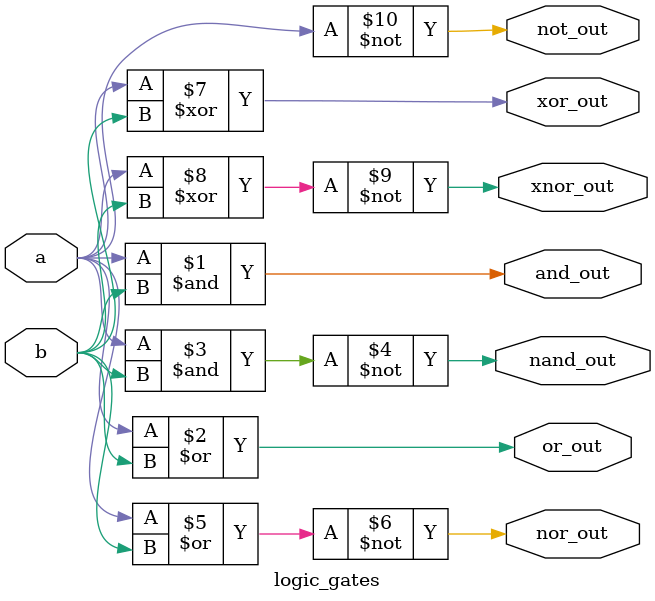
<source format=v>
module logic_gates(
    input a, b,
    output and_out, or_out, not_out, nand_out, nor_out, xor_out, xnor_out
);
    and  (and_out, a, b);
    or   (or_out, a, b);
    not  (not_out, a);
    nand (nand_out, a, b);
    nor  (nor_out, a, b);
    xor  (xor_out, a, b);
    xnor (xnor_out, a, b);
endmodule

</source>
